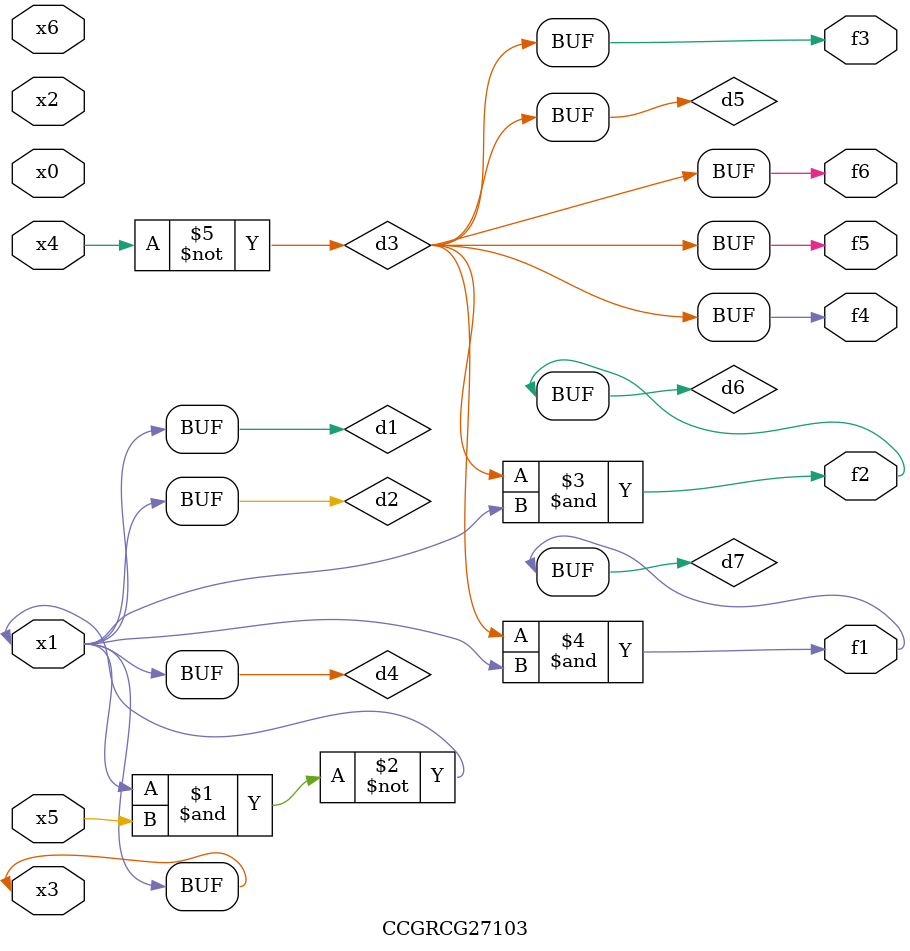
<source format=v>
module CCGRCG27103(
	input x0, x1, x2, x3, x4, x5, x6,
	output f1, f2, f3, f4, f5, f6
);

	wire d1, d2, d3, d4, d5, d6, d7;

	buf (d1, x1, x3);
	nand (d2, x1, x5);
	not (d3, x4);
	buf (d4, d1, d2);
	buf (d5, d3);
	and (d6, d3, d4);
	and (d7, d3, d4);
	assign f1 = d7;
	assign f2 = d6;
	assign f3 = d5;
	assign f4 = d5;
	assign f5 = d5;
	assign f6 = d5;
endmodule

</source>
